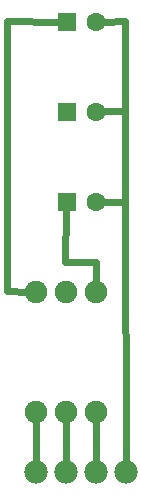
<source format=gtl>
G04 MADE WITH FRITZING*
G04 WWW.FRITZING.ORG*
G04 DOUBLE SIDED*
G04 HOLES PLATED*
G04 CONTOUR ON CENTER OF CONTOUR VECTOR*
%ASAXBY*%
%FSLAX23Y23*%
%MOIN*%
%OFA0B0*%
%SFA1.0B1.0*%
%ADD10C,0.062992*%
%ADD11C,0.075000*%
%ADD12C,0.078000*%
%ADD13R,0.062992X0.062992*%
%ADD14C,0.024000*%
%LNCOPPER1*%
G90*
G70*
G54D10*
X263Y1757D03*
X361Y1757D03*
X263Y1457D03*
X361Y1457D03*
X263Y1157D03*
X361Y1157D03*
G54D11*
X261Y457D03*
X261Y857D03*
X161Y457D03*
X161Y857D03*
X361Y457D03*
X361Y857D03*
G54D12*
X461Y257D03*
X361Y257D03*
X261Y257D03*
X161Y257D03*
G54D13*
X263Y1757D03*
X263Y1457D03*
X263Y1157D03*
G54D14*
X161Y287D02*
X161Y428D01*
D02*
X261Y287D02*
X261Y428D01*
D02*
X361Y287D02*
X361Y428D01*
D02*
X64Y858D02*
X133Y857D01*
D02*
X64Y1758D02*
X64Y858D01*
D02*
X236Y1757D02*
X64Y1758D01*
D02*
X362Y955D02*
X362Y886D01*
D02*
X258Y955D02*
X362Y955D01*
D02*
X262Y1130D02*
X258Y955D01*
D02*
X459Y1155D02*
X459Y1460D01*
D02*
X459Y1460D02*
X459Y1758D01*
D02*
X459Y1758D02*
X388Y1757D01*
D02*
X461Y287D02*
X459Y1155D01*
D02*
X459Y1460D02*
X388Y1458D01*
D02*
X459Y1155D02*
X388Y1157D01*
G04 End of Copper1*
M02*
</source>
